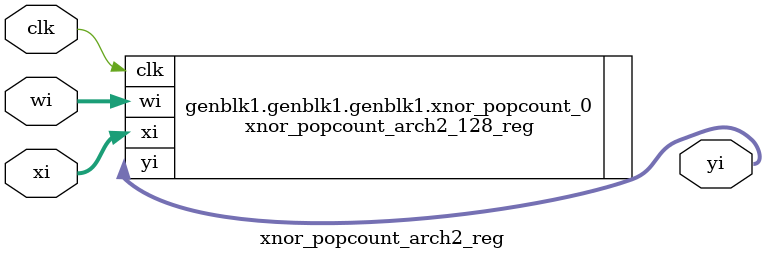
<source format=v>

module fpga_top (clk, rstn, addr, we, dx, dw, dt, out);
	localparam N = 32;
	localparam POP = 16;
	input clk;
	input we;
	input [N-1:0] dx;
	input [N-1:0] dw;
	input [POP-1:0] dt;
	input [2:0]addr;
	input rstn;
	output out; 

  reg [N-1:0] xi;
  reg [N-1:0] wi;
  reg [POP-1:0] ti;
  reg [N-1:0] xi_reg;
  reg [N-1:0] wi_reg;
  reg [POP-1:0] ti_reg;
	
	
	reg [N-1:0] input_activation [7:0];
	reg [N-1:0] weights [7:0];
	reg [POP-1:0] threshold [7:0];
	
	always @ (posedge clk) begin
		if (we) begin
			input_activation[addr] <= dx;
			weights[addr] <= dw;
			threshold[addr] <= dt;
		end else begin
			xi_reg <= input_activation[addr];
			wi_reg <= weights[addr];
			ti_reg <= threshold[addr];
		end
	end

  always @ (posedge clk) begin
    xi <= xi_reg;
    wi <= wi_reg;
    ti <= ti_reg;
  end
	
	xnor_popcount #(N) dut (clk, rstn, xi, wi, ti, out);

endmodule
module xnor_popcount (clk, rstn, xi, wi, ti, out);
	parameter N = 256;
	localparam POP = 16;

	input clk;
	input rstn;
  input [N-1:0] xi;
  input [N-1:0] wi;
  input [POP-1:0] ti;
	output out;
	
	reg [POP-1:0] sum;
	reg [$clog2(N):0] yi_reg;
  wire [$clog2(N):0] yi;

	// Final summation
	always @ (posedge clk) begin
		if (rstn) begin
			sum <= 0;
      yi_reg <= 0;
		end
		else begin
			sum <= sum + yi_reg;
      yi_reg <= yi;
		end
	end
	
	xnor_popcount_arch2_reg #(N,$clog2(N)+1) xnor_pop (clk, xi, wi, yi);
	
	// Output 1 if above threshold
	assign out = sum > ti? 1'b1 : 1'b0;
	
endmodule

module xnor_popcount_arch1 (clk, xi, wi, yi);
  parameter N = 128; // input width
  parameter D = 8; // output width
  localparam D128 = 0;
  localparam D32 = 0;

	input clk;
  input [N-1:0]xi; 
  input [N-1:0]wi; 
  output [D-1:0]yi; 

	generate
		if (N==32) xnor_popcount_arch1_32 xnor_popcount_0 (.clk(clk), .xi(xi), .wi(wi), .yi(yi));
		else if (N==64) xnor_popcount_arch1_64 xnor_popcount_0 (.clk(clk), .xi(xi), .wi(wi), .yi(yi));
		else if (N==128) xnor_popcount_arch1_128 xnor_popcount_0 (.clk(clk), .xi(xi), .wi(wi), .yi(yi));
		else if (N==256) xnor_popcount_arch1_256 xnor_popcount_0 (.clk(clk), .xi(xi), .wi(wi), .yi(yi));
		//else if (N==1024) xnor_popcount_arch1_1024 xnor_popcount_0 (.clk(clk), .xi(xi), .wi(wi), .yi(yi));
		//else if (N==1152) xnor_popcount_arch1_1152 xnor_popcount_0 (.clk(clk), .xi(xi), .wi(wi), .yi(yi));
		//else if (N==1200) xnor_popcount_arch1_1200 xnor_popcount_0 (.clk(clk), .xi(xi), .wi(wi), .yi(yi));
	endgenerate
	
endmodule
module xnor_popcount_arch1_reg (clk, xi, wi, yi);
  parameter N = 128;
  parameter D = 8;
  localparam D128 = 0;
  localparam D32 = 0;

	input clk;
  input [N-1:0]xi; 
  input [N-1:0]wi; 
  output [D-1:0]yi; 

	generate
		if (N==32)        xnor_popcount_arch1_32_reg xnor_popcount_0 (.clk(clk), .xi(xi), .wi(wi), .yi(yi));
		else if (N==64)   xnor_popcount_arch1_64_reg xnor_popcount_0 (.clk(clk), .xi(xi), .wi(wi), .yi(yi));
		else if (N==128)  xnor_popcount_arch1_128_reg xnor_popcount_0 (.clk(clk), .xi(xi), .wi(wi), .yi(yi));
		else if (N==256)  xnor_popcount_arch1_256_reg xnor_popcount_0 (.clk(clk), .xi(xi), .wi(wi), .yi(yi));
	endgenerate
	
endmodule

module xnor_popcount_arch2 (clk, xi, wi, yi);
  parameter N = 128;
  parameter D = 8;
  localparam D128 = 0;
  localparam D32 = 0;

	input clk;
  input [N-1:0]xi; 
  input [N-1:0]wi; 
  output [D-1:0]yi; 

	generate
		if (N==32) xnor_popcount_arch2_32 xnor_popcount_0 (.clk(clk), .xi(xi), .wi(wi), .yi(yi));
		else if (N==64) xnor_popcount_arch2_64 xnor_popcount_0 (.clk(clk), .xi(xi), .wi(wi), .yi(yi));
		else if (N==128) xnor_popcount_arch2_128 xnor_popcount_0 (.clk(clk), .xi(xi), .wi(wi), .yi(yi));
		else if (N==256) xnor_popcount_arch2_256 xnor_popcount_0 (.clk(clk), .xi(xi), .wi(wi), .yi(yi));
		//else if (N==1024) xnor_popcount_arch2_1024 xnor_popcount_0 (.clk(clk), .xi(xi), .wi(wi), .yi(yi));
		//else if (N==1152) xnor_popcount_arch2_1152 xnor_popcount_0 (.clk(clk), .xi(xi), .wi(wi), .yi(yi));
		//else if (N==1200) xnor_popcount_arch2_1200 xnor_popcount_0 (.clk(clk), .xi(xi), .wi(wi), .yi(yi));
	endgenerate

endmodule
module xnor_popcount_arch2_reg (clk, xi, wi, yi);
  parameter N = 128;
  parameter D = 8;
  localparam D128 = 0;
  localparam D32 = 0;

	input clk;
  input [N-1:0]xi; 
  input [N-1:0]wi; 
  output [D-1:0]yi; 

	generate
		if (N==32) xnor_popcount_arch2_32_reg xnor_popcount_0 (.clk(clk), .xi(xi), .wi(wi), .yi(yi));
		else if (N==64) xnor_popcount_arch2_64_reg xnor_popcount_0 (.clk(clk), .xi(xi), .wi(wi), .yi(yi));
		else if (N==128) xnor_popcount_arch2_128_reg xnor_popcount_0 (.clk(clk), .xi(xi), .wi(wi), .yi(yi));
		else if (N==256) xnor_popcount_arch2_256_reg xnor_popcount_0 (.clk(clk), .xi(xi), .wi(wi), .yi(yi));
		//else if (N==1024) xnor_popcount_arch2_1024 xnor_popcount_0 (.clk(clk), .xi(xi), .wi(wi), .yi(yi));
		//else if (N==1152) xnor_popcount_arch2_1152 xnor_popcount_0 (.clk(clk), .xi(xi), .wi(wi), .yi(yi));
		//else if (N==1200) xnor_popcount_arch2_1200 xnor_popcount_0 (.clk(clk), .xi(xi), .wi(wi), .yi(yi));
	endgenerate

endmodule


</source>
